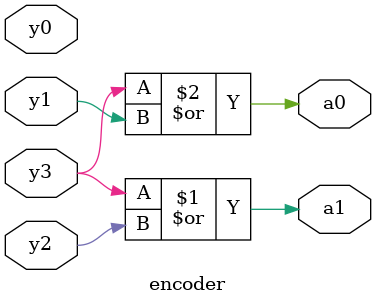
<source format=v>
module encoder(y3,y2,y1,y0,a1,a0);
input y3,y2,y1,y0;
output a1,a0;
or g1(a1,y3,y2);
or g2(a0,y3,y1);
endmodule

</source>
